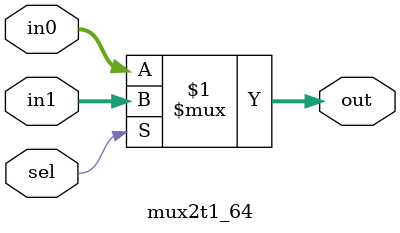
<source format=v>
module mux2t1_64(
    input sel ,
    input [63:0]    in0,
    input [63:0]    in1,
    output[63:0]    out

    
);

assign out = sel ? in1:in0;


endmodule 

</source>
